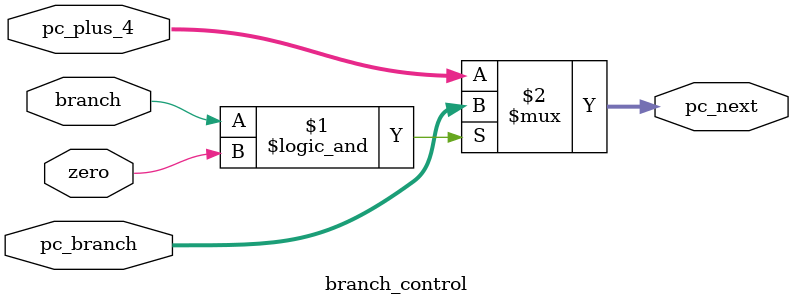
<source format=v>


module branch_control (
    input  wire        branch,      // Sinal da unidade de controle
    input  wire        zero,        // Flag de igualdade da ALU
    input  wire [31:0] pc_plus_4,   // PC + 4 (próxima instrução normal)
    input  wire [31:0] pc_branch,   // PC + offset (caso branch)
    output wire [31:0] pc_next      // Próximo PC
);

    assign pc_next = (branch && zero) ? pc_branch : pc_plus_4;

endmodule
</source>
